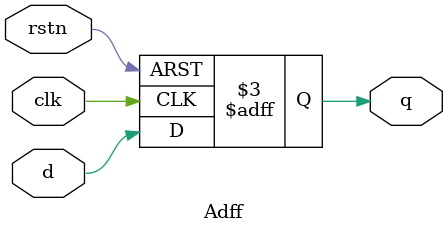
<source format=v>
module Adff(
	input d,rstn,clk,
	output reg q
);
always@(posedge clk or negedge rstn)
	if (!rstn )
		q<=0;
	else
		q<=d;
endmodule

</source>
